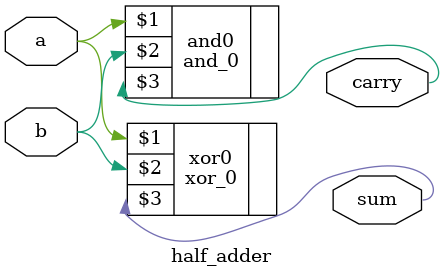
<source format=v>
`include "xor_0.v"

module half_adder(
  input wire a,
  input wire b,
  output wire sum,
  output wire carry
);
  xor_0 xor0(a, b, sum);
  and_0 and0(a, b, carry);
endmodule

</source>
